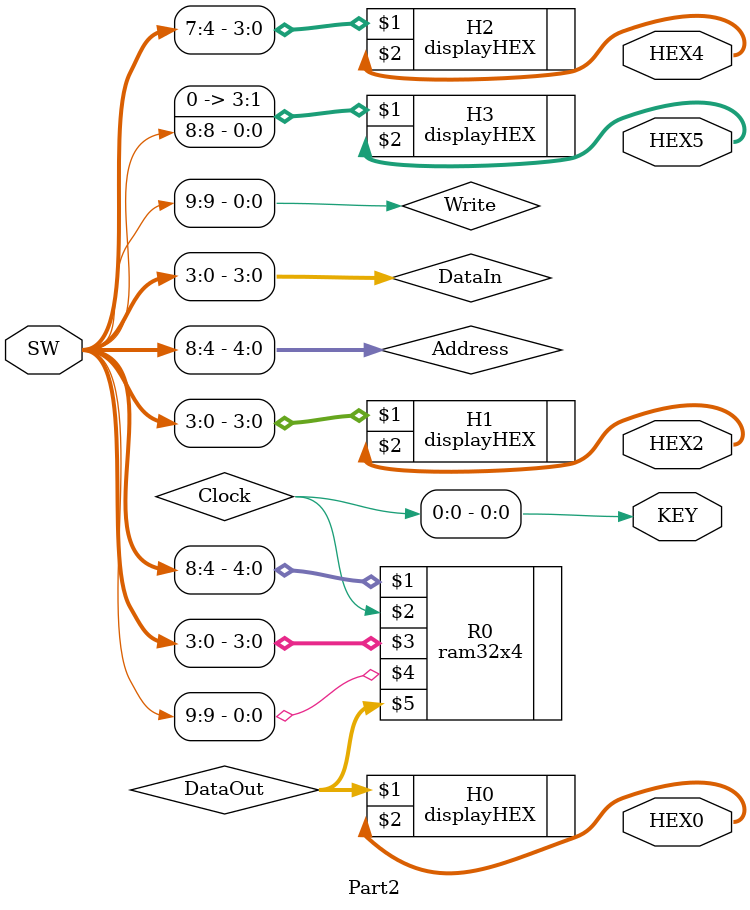
<source format=v>
module Part2 (SW, KEY, HEX0, HEX2, HEX4, HEX5);
	input [9:0] SW;
	output [1:0] KEY;
	output [6:0] HEX0, HEX2, HEX4, HEX5;
	
	wire [4:0] Address;
	wire [3:0] DataIn, DataOut;
	wire Clock, Write;

	assign Address = SW[8:4];
	assign DataIn = SW[3:0];
	assign Write = SW[9];
	assign Clock = KEY[0];

	ram32x4 R0 (Address, Clock, DataIn, Write, DataOut);

	displayHEX H0 (DataOut, HEX0);
	displayHEX H1 (DataIn, HEX2);
	displayHEX H2 (Address[3:0], HEX4);
	displayHEX H3 ({3'b0, Address[4]}, HEX5);
endmodule
</source>
